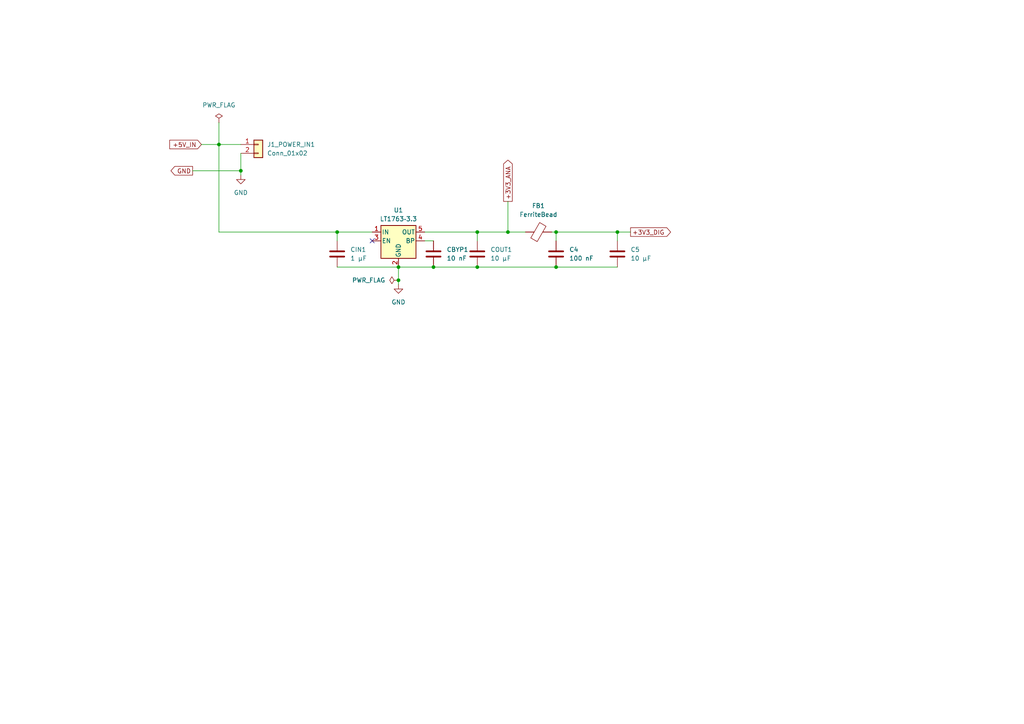
<source format=kicad_sch>
(kicad_sch (version 20230121) (generator eeschema)
  (paper "A4")
  (lib_symbols
    (symbol "Connector_Generic:Conn_01x02" (pin_names (offset 1.016) hide)
      (property "Reference" "J" (at 0 2.54 0))
      (property "Value" "Conn_01x02" (at 0 -5.08 0))
      (symbol "Conn_01x02_1_1"
        (rectangle (start -1.27 -2.413) (end 0 -2.667) (stroke (width 0.1524)))
        (rectangle (start -1.27 0.127) (end 0 -0.127) (stroke (width 0.1524)))
        (rectangle (start -1.27 1.27) (end 1.27 -3.81) (stroke (width 0.254)) (fill (type background)))
        (pin passive line (at -5.08 0 0) (length 3.81) (name "Pin_1") (number "1"))
        (pin passive line (at -5.08 -2.54 0) (length 3.81) (name "Pin_2") (number "2"))
      )
    )
    (symbol "Device:C" (pin_numbers hide) (pin_names (offset 0.254))
      (property "Reference" "C" (at 0.635 2.54 0))
      (property "Value" "C" (at 0.635 -2.54 0))
      (symbol "C_0_1"
        (polyline (pts (xy -2.032 -0.762) (xy 2.032 -0.762)) (stroke (width 0.508)))
        (polyline (pts (xy -2.032 0.762) (xy 2.032 0.762)) (stroke (width 0.508)))
      )
      (symbol "C_1_1"
        (pin passive line (at 0 3.81 270) (length 2.794) (name "~") (number "1"))
        (pin passive line (at 0 -3.81 90) (length 2.794) (name "~") (number "2"))
      )
    )
    (symbol "Device:FerriteBead" (pin_numbers hide) (pin_names (offset 0))
      (property "Reference" "FB" (at -3.81 0.635 90))
      (property "Value" "FerriteBead" (at 3.81 0 90))
      (symbol "FerriteBead_0_1"
        (polyline (pts (xy 0 -1.27) (xy 0 -1.2192)))
        (polyline (pts (xy 0 1.27) (xy 0 1.2954)))
        (polyline (pts (xy -2.7686 0.4064) (xy -1.7018 2.2606) (xy 2.7686 -0.3048) (xy 1.6764 -2.159) (xy -2.7686 0.4064)))
      )
      (symbol "FerriteBead_1_1"
        (pin passive line (at 0 3.81 270) (length 2.54) (name "~") (number "1"))
        (pin passive line (at 0 -3.81 90) (length 2.54) (name "~") (number "2"))
      )
    )
    (symbol "Regulator_Linear:MIC5205-2.5YM5" (pin_names (offset 0.254))
      (property "Reference" "U" (at -3.81 5.715 0))
      (property "Value" "MIC5205-2.5YM5" (at 0 5.715 0))
      (symbol "MIC5205-2.5YM5_0_1"
        (rectangle (start -5.08 4.445) (end 5.08 -5.08) (stroke (width 0.254)) (fill (type background)))
      )
      (symbol "MIC5205-2.5YM5_1_1"
        (pin power_in line (at -7.62 2.54 0) (length 2.54) (name "IN") (number "1"))
        (pin power_in line (at 0 -7.62 90) (length 2.54) (name "GND") (number "2"))
        (pin input line (at -7.62 0 0) (length 2.54) (name "EN") (number "3"))
        (pin input line (at 7.62 0 180) (length 2.54) (name "BP") (number "4"))
        (pin power_out line (at 7.62 2.54 180) (length 2.54) (name "OUT") (number "5"))
      )
    )
    (symbol "power:GND" (power) (pin_names (offset 0))
      (property "Value" "GND" (at 0 -3.81 0))
      (symbol "GND_0_1"
        (polyline (pts (xy 0 0) (xy 0 -1.27) (xy 1.27 -1.27) (xy 0 -2.54) (xy -1.27 -1.27) (xy 0 -1.27)))
      )
      (symbol "GND_1_1"
        (pin power_in line (at 0 0 270) (length 0) hide (name "GND") (number "1"))
      )
    )
    (symbol "power:PWR_FLAG" (power) (pin_numbers hide) (pin_names (offset 0) hide)
      (property "Value" "PWR_FLAG" (at 0 3.81 0))
      (symbol "PWR_FLAG_0_0"
        (pin power_out line (at 0 0 90) (length 0) (name "pwr") (number "1"))
      )
      (symbol "PWR_FLAG_0_1"
        (polyline (pts (xy 0 0) (xy 0 1.27) (xy -1.016 1.905) (xy 0 2.54) (xy 1.016 1.905) (xy 0 1.27)))
      )
    )
  )
  (junction (at 115.57 81.28))
  (junction (at 179.07 67.31))
  (junction (at 161.29 67.31))
  (junction (at 69.85 49.53))
  (junction (at 63.5 41.91))
  (junction (at 147.32 67.31))
  (junction (at 138.43 67.31))
  (junction (at 138.43 77.47))
  (junction (at 115.57 77.47))
  (junction (at 161.29 77.47))
  (junction (at 125.73 77.47))
  (junction (at 97.79 67.31))
  (no_connect (at 107.95 69.85))
  (wire (pts (xy 147.32 67.31) (xy 152.4 67.31)))
  (wire (pts (xy 115.57 81.28) (xy 115.57 82.55)))
  (wire (pts (xy 107.95 67.31) (xy 97.79 67.31)))
  (wire (pts (xy 161.29 77.47) (xy 138.43 77.47)))
  (wire (pts (xy 125.73 77.47) (xy 138.43 77.47)))
  (wire (pts (xy 179.07 67.31) (xy 179.07 69.85)))
  (wire (pts (xy 147.32 58.42) (xy 147.32 67.31)))
  (wire (pts (xy 161.29 67.31) (xy 161.29 69.85)))
  (wire (pts (xy 63.5 35.56) (xy 63.5 41.91)))
  (wire (pts (xy 97.79 77.47) (xy 115.57 77.47)))
  (wire (pts (xy 161.29 67.31) (xy 179.07 67.31)))
  (wire (pts (xy 147.32 67.31) (xy 138.43 67.31)))
  (wire (pts (xy 97.79 67.31) (xy 63.5 67.31)))
  (wire (pts (xy 115.57 77.47) (xy 115.57 81.28)))
  (wire (pts (xy 160.02 67.31) (xy 161.29 67.31)))
  (wire (pts (xy 69.85 49.53) (xy 69.85 50.8)))
  (wire (pts (xy 58.42 41.91) (xy 63.5 41.91)))
  (wire (pts (xy 161.29 77.47) (xy 179.07 77.47)))
  (wire (pts (xy 97.79 67.31) (xy 97.79 69.85)))
  (wire (pts (xy 138.43 67.31) (xy 138.43 69.85)))
  (wire (pts (xy 55.88 49.53) (xy 69.85 49.53)))
  (wire (pts (xy 63.5 41.91) (xy 69.85 41.91)))
  (wire (pts (xy 123.19 69.85) (xy 125.73 69.85)))
  (wire (pts (xy 123.19 67.31) (xy 138.43 67.31)))
  (wire (pts (xy 179.07 67.31) (xy 182.88 67.31)))
  (wire (pts (xy 63.5 67.31) (xy 63.5 41.91)))
  (wire (pts (xy 69.85 44.45) (xy 69.85 49.53)))
  (wire (pts (xy 115.57 77.47) (xy 125.73 77.47)))
  (global_label "+3V3_DIG" (shape output) (at 182.88 67.31 0) (property "Intersheetrefs" "${INTERSHEET_REFS}" (effects hide)))
  (global_label "GND" (shape output) (at 55.88 49.53 180) (property "Intersheetrefs" "${INTERSHEET_REFS}" (effects hide)))
  (global_label "+3V3_ANA" (shape output) (at 147.32 58.42 90) (property "Intersheetrefs" "${INTERSHEET_REFS}" (effects hide)))
  (global_label "+5V_IN" (shape input) (at 58.42 41.91 180) (property "Intersheetrefs" "${INTERSHEET_REFS}" (effects hide)))
  (symbol (lib_id "Device:C") (at 125.73 73.66 0) (unit 1)
    (property "Reference" "CBYP1" (at 129.54 72.39 0) (effects (justify left)))
    (property "Value" "10 nF" (at 129.54 74.93 0) (effects (justify left)))
    (property "Footprint" "Capacitor_SMD:C_0603_1608Metric" (effects hide))
  )
  (symbol (lib_id "power:PWR_FLAG") (at 115.57 81.28 90) (unit 1)
    (property "Reference" "#FLG03" (effects hide))
    (property "Value" "PWR_FLAG" (at 111.76 81.28 90) (effects (justify left)))
  )
  (symbol (lib_id "Device:C") (at 161.29 73.66 0) (unit 1)
    (property "Reference" "C4" (at 165.1 72.39 0) (effects (justify left)))
    (property "Value" "100 nF" (at 165.1 74.93 0) (effects (justify left)))
    (property "Footprint" "Capacitor_SMD:C_0603_1608Metric" (effects hide))
  )
  (symbol (lib_id "Device:C") (at 97.79 73.66 0) (unit 1)
    (property "Reference" "CIN1" (at 101.6 72.39 0) (effects (justify left)))
    (property "Value" "1 µF " (at 101.6 74.93 0) (effects (justify left)))
    (property "Footprint" "Capacitor_SMD:C_0805_2012Metric" (effects hide))
  )
  (symbol (lib_id "Device:C") (at 138.43 73.66 0) (unit 1)
    (property "Reference" "COUT1" (at 142.24 72.39 0) (effects (justify left)))
    (property "Value" "10 µF" (at 142.24 74.93 0) (effects (justify left)))
    (property "Footprint" "Capacitor_SMD:C_0805_2012Metric" (effects hide))
  )
  (symbol (lib_id "power:GND") (at 115.57 82.55 0) (unit 1)
    (property "Reference" "#PWR02" (effects hide))
    (property "Value" "GND" (at 115.57 87.63 0))
  )
  (symbol (lib_id "power:PWR_FLAG") (at 63.5 35.56 0) (unit 1)
    (property "Reference" "#FLG01" (effects hide))
    (property "Value" "PWR_FLAG" (at 63.5 30.48 0))
  )
  (symbol (lib_id "Regulator_Linear:MIC5205-2.5YM5") (at 115.57 69.85 0) (unit 1)
    (property "Reference" "U1" (at 115.57 60.96 0))
    (property "Value" "LT1763‑3.3" (at 115.57 63.5 0))
    (property "Footprint" "Package_TO_SOT_SMD:SOT-23-5" (effects hide))
    (property "Datasheet" "http://ww1.microchip.com/downloads/en/DeviceDoc/20005785A.pdf" (effects hide))
  )
  (symbol (lib_id "Device:FerriteBead") (at 156.21 67.31 90) (unit 1)
    (property "Reference" "FB1" (at 156.1592 59.69 90))
    (property "Value" "FerriteBead" (at 156.1592 62.23 90))
    (property "Footprint" "Resistor_SMD:R_0603_1608Metric" (effects hide))
  )
  (symbol (lib_id "Device:C") (at 179.07 73.66 0) (unit 1)
    (property "Reference" "C5" (at 182.88 72.39 0) (effects (justify left)))
    (property "Value" "10 µF" (at 182.88 74.93 0) (effects (justify left)))
    (property "Footprint" "Capacitor_SMD:C_0805_2012Metric" (effects hide))
  )
  (symbol (lib_id "power:GND") (at 69.85 50.8 0) (unit 1)
    (property "Reference" "#PWR01" (effects hide))
    (property "Value" "GND" (at 69.85 55.88 0))
  )
  (symbol (lib_id "Connector_Generic:Conn_01x02") (at 74.93 41.91 0) (unit 1)
    (property "Reference" "J1_POWER_IN1" (at 77.47 41.91 0) (effects (justify left)))
    (property "Value" "Conn_01x02" (at 77.47 44.45 0) (effects (justify left)))
    (property "Footprint" "Connector_PinHeader_2.54mm:PinHeader_1x02_P2.54mm_Vertical" (effects hide))
  )
)
</source>
